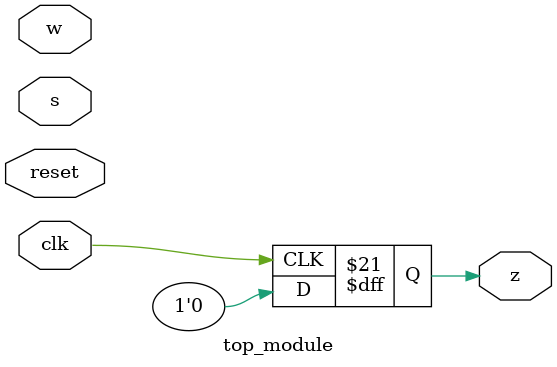
<source format=sv>
module top_module (
	input clk,
	input reset,
	input s,
	input w,
	output reg z
);
	reg [1:0] state;

	always @(posedge clk or posedge reset) begin
		if (reset)
			state <= 0;
		else begin
			case (state)
				0: begin
					if (s)
						state <= 1;
				end
				1: begin
					if (w)
						state <= 2;
					else
						state <= 1;
				end
				2: begin
					if (w)
						state <= 3;
					else
						state <= 4;
				end
				3: begin
					if (w)
						state <= 5;
					else
						state <= 4;
				end
				4: begin
					if (w)
						state <= 2;
					else
						state <= 1;
				end
				5: begin
					if (w)
						state <= 6;
					else
						state <= 4;
				end
				6: begin
					if (w)
						state <= 3;
					else
						state <= 4;
				end
			endcase
		end
	end

	always @(posedge clk) begin
		case (state)
			1, 2, 3, 4: z <= 0;
			5, 6: z <= 1;
			default: z <= 0;
		endcase
	end
endmodule

</source>
